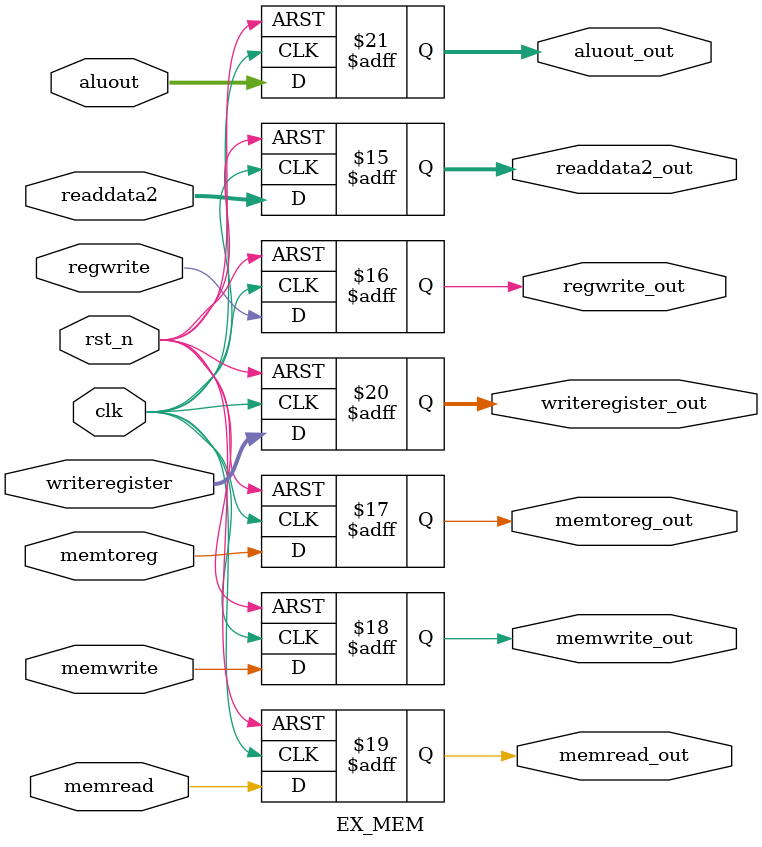
<source format=v>
module EX_MEM (
    clk,
    rst_n,
    aluout,
    writeregister,
    memread,
    memwrite,
    memtoreg,
    regwrite,
    readdata2,
    aluout_out,
    writeregister_out,
    memread_out,
    memwrite_out,
    memtoreg_out,
    regwrite_out,
    readdata2_out
);
input clk,rst_n;
input [4:0]writeregister;
input memread,memwrite,memtoreg,regwrite;
input [63:0]readdata2,aluout;
output reg memread_out,memwrite_out,memtoreg_out,regwrite_out;
output reg [4:0]writeregister_out;
output reg [63:0]readdata2_out,aluout_out;
always@(posedge clk or negedge rst_n)begin
    if(!rst_n) aluout_out<=64'b0;
    else aluout_out<=aluout;
end
always@(posedge clk or negedge rst_n)begin
    if(!rst_n) writeregister_out<=4'b0;
    else writeregister_out<=writeregister;
end

always@(posedge clk or negedge rst_n)begin
    if(!rst_n) memread_out<=1'b0;
    else memread_out<=memread;
end
always@(posedge clk or negedge rst_n)begin
    if(!rst_n) memwrite_out<=1'b0;
    else memwrite_out<=memwrite;
end
always@(posedge clk or negedge rst_n)begin
    if(!rst_n) memtoreg_out<=1'b0;
    else memtoreg_out<=memtoreg;
end
always@(posedge clk or negedge rst_n)begin
    if(!rst_n) regwrite_out<=1'b0;
    else regwrite_out<=regwrite;
end
always@(posedge clk or negedge rst_n)begin
    if(!rst_n) readdata2_out<=1'b0;
    else readdata2_out<=readdata2;
end
endmodule
</source>
